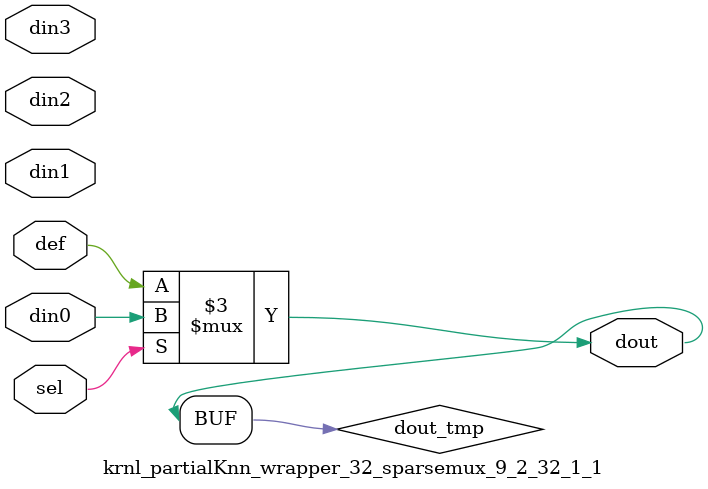
<source format=v>
`timescale 1ns / 1ps

module krnl_partialKnn_wrapper_32_sparsemux_9_2_32_1_1 (din0,din1,din2,din3,def,sel,dout);

parameter din0_WIDTH = 1;

parameter din1_WIDTH = 1;

parameter din2_WIDTH = 1;

parameter din3_WIDTH = 1;

parameter def_WIDTH = 1;
parameter sel_WIDTH = 1;
parameter dout_WIDTH = 1;

parameter [sel_WIDTH-1:0] CASE0 = 1;

parameter [sel_WIDTH-1:0] CASE1 = 1;

parameter [sel_WIDTH-1:0] CASE2 = 1;

parameter [sel_WIDTH-1:0] CASE3 = 1;

parameter ID = 1;
parameter NUM_STAGE = 1;



input [din0_WIDTH-1:0] din0;

input [din1_WIDTH-1:0] din1;

input [din2_WIDTH-1:0] din2;

input [din3_WIDTH-1:0] din3;

input [def_WIDTH-1:0] def;
input [sel_WIDTH-1:0] sel;

output [dout_WIDTH-1:0] dout;



reg [dout_WIDTH-1:0] dout_tmp;

always @ (*) begin
case (sel)
    
    CASE0 : dout_tmp = din0;
    
    CASE1 : dout_tmp = din1;
    
    CASE2 : dout_tmp = din2;
    
    CASE3 : dout_tmp = din3;
    
    default : dout_tmp = def;
endcase
end


assign dout = dout_tmp;



endmodule

</source>
